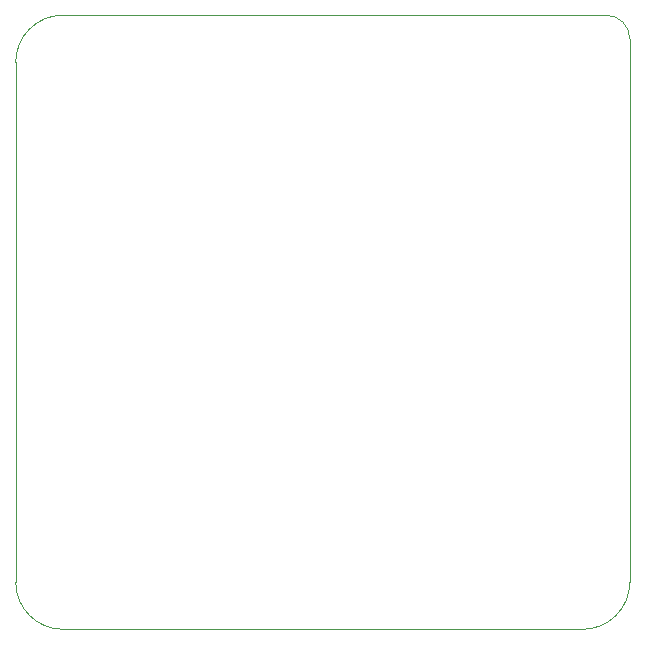
<source format=gbr>
%TF.GenerationSoftware,KiCad,Pcbnew,8.0.8*%
%TF.CreationDate,2025-03-05T15:18:31-05:00*%
%TF.ProjectId,V2.0,56322e30-2e6b-4696-9361-645f70636258,rev?*%
%TF.SameCoordinates,Original*%
%TF.FileFunction,Profile,NP*%
%FSLAX46Y46*%
G04 Gerber Fmt 4.6, Leading zero omitted, Abs format (unit mm)*
G04 Created by KiCad (PCBNEW 8.0.8) date 2025-03-05 15:18:31*
%MOMM*%
%LPD*%
G01*
G04 APERTURE LIST*
%TA.AperFunction,Profile*%
%ADD10C,0.050000*%
%TD*%
G04 APERTURE END LIST*
D10*
X117000000Y-35000000D02*
X163000000Y-35000000D01*
X163000000Y-35000000D02*
G75*
G02*
X165000000Y-37000000I0J-2000000D01*
G01*
X165000000Y-83000000D02*
X165000000Y-37000000D01*
X113000000Y-39000000D02*
X113000000Y-83000000D01*
X161000000Y-87000000D02*
X117000000Y-87000000D01*
X113000000Y-39000000D02*
G75*
G02*
X117000000Y-35000000I4000000J0D01*
G01*
X165000000Y-83000000D02*
G75*
G02*
X161000000Y-87000000I-4000000J0D01*
G01*
X117000000Y-87000000D02*
G75*
G02*
X113000000Y-83000000I0J4000000D01*
G01*
M02*

</source>
